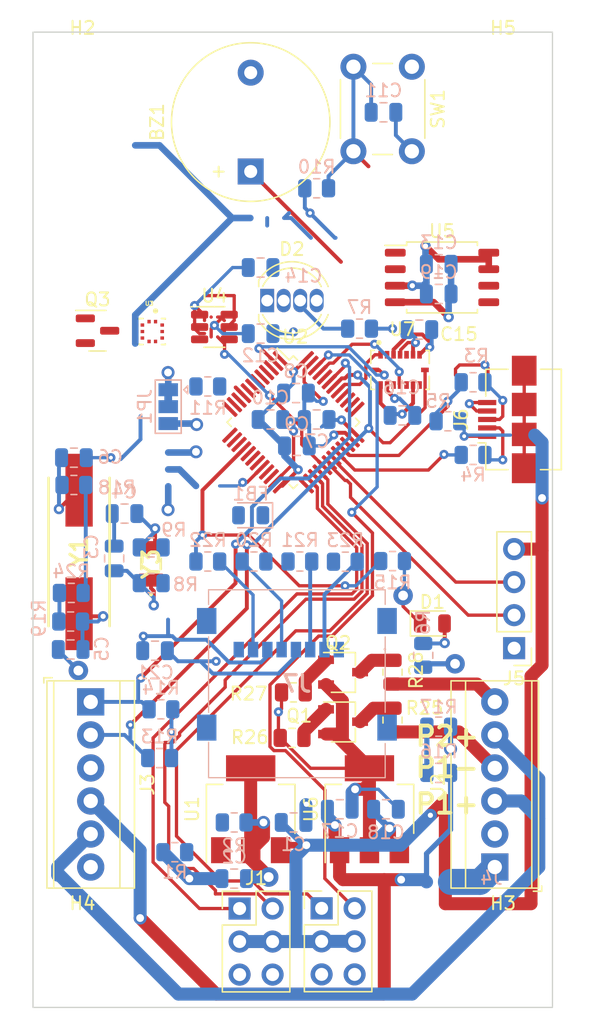
<source format=kicad_pcb>
(kicad_pcb (version 20221018) (generator pcbnew)
  (layers (0 "F.Cu" signal) (1 "In1.Cu" signal) (2 "In2.Cu" signal) (31 "B.Cu" signal) (34 "B.Paste" user) (35 "F.Paste" user) (36 "B.SilkS" user "B.Silkscreen") (37 "F.SilkS" user "F.Silkscreen") (38 "B.Mask" user) (39 "F.Mask" user) (44 "Edge.Cuts" user))
  (net 0 "")
  (net 1 "Net-(Q3-S)")
  (net 2 "GND")
  (net 3 "Net-(D1-A)")
  (net 4 "+5V")
  (net 6 "Net-(JP1-C)")
  (net 7 "+3V3")
  (net 9 "Net-(U1-ADJ)")
  (net 10 "USB D+")
  (net 11 "USB D-")
  (net 12 "Net-(D2-K)")
  (net 13 "OSCIN2")
  (net 14 "OSCOUT2")
  (net 15 "OSCIN")
  (net 16 "OSCOUT")
  (net 17 "RESET")
  (net 18 "BOOT0")
  (net 19 "VBUS")
  (net 20 "unconnected-(J6-Shield-Pad6)")
  (net 21 "LED RED")
  (net 22 "LED BLUE")
  (net 23 "LED GREEN")
  (net 24 "SCK")
  (net 25 "MISO")
  (net 26 "MOSI")
  (net 27 "ARM-")
  (net 29 "Net-(Q1-D)")
  (net 30 "SERVO1")
  (net 31 "SERVO2")
  (net 32 "SERVO3")
  (net 33 "USART1 TX")
  (net 34 "USART1 RX")
  (net 40 "SCL")
  (net 41 "SDA")
  (net 42 "BUZZER")
  (net 43 "P1EN")
  (net 44 "+BATT")
  (net 45 "Net-(J6-D-)")
  (net 46 "ACCEL INT1")
  (net 47 "Net-(Q2-D)")
  (net 48 "P1-")
  (net 49 "P2EN")
  (net 50 "P2-")
  (net 52 "Net-(J6-D+)")
  (net 53 "+3.3VA")
  (net 54 "Net-(C3-Pad2)")
  (net 55 "BATT SENSE")
  (net 56 "Net-(C6-Pad1)")
  (net 57 "Net-(C5-Pad2)")
  (net 58 "unconnected-(U2-PB2-Pad20)")
  (net 59 "BARO INT")
  (net 60 "FLASH CS")
  (net 63 "ACCEL INT2")
  (net 64 "GYRO INT4")
  (net 65 "GYRO INT3")
  (net 66 "Net-(C3-Pad1)")
  (net 67 "SERVO4")
  (net 69 "Net-(J7-CD{slash}DAT3)")
  (net 70 "Net-(J7-CMD)")
  (net 71 "Net-(J7-CLK)")
  (net 72 "Net-(J7-DAT0)")
  (net 78 "CS SD")
  (net 79 "Net-(Y3-CRYSTAL_2)")
  (net 80 "P2 EN")
  (net 81 "P1 EN")
  (footprint "Package_TO_SOT_SMD:SOT-23-6" (layer "F.Cu") (at 158.115 77.851)
    (fp_text reference "U4")
    (fp_text value "USBLC6-2SC6")
  )
  (footprint "Connector_PinHeader_2.54mm:PinHeader_2x03_P2.54mm_Vertical" (layer "F.Cu") (at 166.37 122.555)
    (fp_text reference "J4")
    (fp_text value "Conn_02x03_Top_Bottom")
  )
  (footprint "MountingHole:MountingHole_3.2mm_M3" (layer "F.Cu") (at 147.955 126.365)
    (fp_text reference "H4")
    (fp_text value "MountingHole")
  )
  (footprint "LED_THT:LED_D5.0mm-4_RGB" (layer "F.Cu") (at 162.179 75.819)
    (fp_text reference "D2")
    (fp_text value "LED_RBKG")
  )
  (footprint "Connector_PinHeader_2.54mm:PinHeader_2x03_P2.54mm_Vertical" (layer "F.Cu") (at 160.055 122.57)
    (fp_text reference "J1")
    (fp_text value "Conn_02x03_Top_Bottom")
  )
  (footprint "TerminalBlock_TE-Connectivity:TerminalBlock_TE_282834-6_1x06_P2.54mm_Horizontal" (layer "F.Cu") (at 179.705 119.38 90)
    (fp_text reference "J2")
    (fp_text value "Screw_Terminal_01x06")
  )
  (footprint "Buzzer_Beeper:Buzzer_12x9.5RM7.6" (layer "F.Cu") (at 160.909 65.893 90)
    (fp_text reference "BZ1")
    (fp_text value "Buzzer")
  )
  (footprint "Resistor_SMD:R_0805_2012Metric" (layer "F.Cu") (at 164.195 105.95)
    (fp_text reference "R27")
    (fp_text value "470")
  )
  (footprint "MountingHole:MountingHole_3.2mm_M3" (layer "F.Cu") (at 180.34 126.365)
    (fp_text reference "H3")
    (fp_text value "MountingHole")
  )
  (footprint "TerminalBlock_TE-Connectivity:TerminalBlock_TE_282834-6_1x06_P2.54mm_Horizontal" (layer "F.Cu") (at 148.59 106.68 -90)
    (fp_text reference "J3")
    (fp_text value "Screw_Terminal_01x06")
  )
  (footprint "Package_TO_SOT_SMD:SOT-223-3_TabPin2" (layer "F.Cu") (at 170.053 114.935 90)
    (fp_text reference "U6")
    (fp_text value "LM7805_TO220")
  )
  (footprint "Package_TO_SOT_SMD:TSOT-23" (layer "F.Cu") (at 168.021 108.204)
    (fp_text reference "Q1")
    (fp_text value "Q_NMOS_GSD")
  )
  (footprint "MountingHole:MountingHole_3.2mm_M3" (layer "F.Cu") (at 180.34 59.055)
    (fp_text reference "H5")
    (fp_text value "MountingHole")
  )
  (footprint "Connector_USB:USB_Micro-B_Amphenol_10104110_Horizontal" (layer "F.Cu") (at 180.6695 84.961 90)
    (fp_text reference "J6")
    (fp_text value "USB_B_Micro")
  )
  (footprint "MountingHole:MountingHole_3.2mm_M3" (layer "F.Cu") (at 147.955 59.055)
    (fp_text reference "H2")
    (fp_text value "MountingHole")
  )
  (footprint "Package_TO_SOT_SMD:SOT-23" (layer "F.Cu") (at 149.1125 78.1375)
    (fp_text reference "Q3")
    (fp_text value "AO3401A")
  )
  (footprint "Resistor_SMD:R_0805_2012Metric" (layer "F.Cu") (at 164.095 109.45)
    (fp_text reference "R26")
    (fp_text value "470")
  )
  (footprint "SamacSys_Parts:SC32S7PF20PPM" (layer "F.Cu") (at 153.233 96.065 90)
    (fp_text reference "Y3")
    (fp_text value "SC32S-7PF20PPM" hide)
  )
  (footprint "Package_SO:SOIC-8_5.23x5.23mm_P1.27mm" (layer "F.Cu") (at 175.641 74.041)
    (fp_text reference "U5")
    (fp_text value "W25Q32JVSS")
  )
  (footprint "LED_SMD:LED_0805_2012Metric" (layer "F.Cu") (at 174.895 100.65)
    (fp_text reference "D1")
    (fp_text value "LED")
  )
  (footprint "Resistor_SMD:R_0805_2012Metric" (layer "F.Cu") (at 171.831 108.077 90)
    (fp_text reference "R25")
    (fp_text value "10")
  )
  (footprint "SamacSys_Parts:ABLS8000MHz20B3HT" (layer "F.Cu") (at 147.695 95.15 -90)
    (fp_text reference "Y1")
    (fp_text value "ABLS-8.000MHZ-20-B-3-H-T" hide)
  )
  (footprint "SnapEDA Library:PQFN50P450X300X100-16N" (layer "F.Cu") (at 172.41 81.15)
    (fp_text reference "U7")
    (fp_text value "BMI088")
  )
  (footprint "Button_Switch_THT:SW_PUSH_6mm_H5mm" (layer "F.Cu") (at 173.319 57.837 -90)
    (fp_text reference "SW1")
    (fp_text value "SW_MEC_5E")
  )
  (footprint "Resistor_SMD:R_0805_2012Metric" (layer "F.Cu") (at 171.831 104.394 90)
    (fp_text reference "R28")
    (fp_text value "10")
  )
  (footprint "SnapEDA Library:XDCR_BMP390L" (layer "F.Cu") (at 153.3325 78.2)
    (fp_text reference "U3")
    (fp_text value "BMP390L")
  )
  (footprint "Connector_PinHeader_2.54mm:PinHeader_1x04_P2.54mm_Vertical" (layer "F.Cu") (at 181.195 102.55 180)
    (fp_text reference "J5")
    (fp_text value "Conn_01x04")
  )
  (footprint "Package_TO_SOT_SMD:SOT-223-3_TabPin2" (layer "F.Cu") (at 160.909 114.935 90)
    (fp_text reference "U1")
    (fp_text value "LM317_SOT-223")
  )
  (footprint "Package_QFP:LQFP-48_7x7mm_P0.5mm" (layer "F.Cu") (at 164.193785 85.175 -45)
    (fp_text reference "U2")
    (fp_text value "STM32F103C8Tx")
  )
  (footprint "Package_TO_SOT_SMD:TSOT-23" (layer "F.Cu") (at 168.021 104.394)
    (fp_text reference "Q2")
    (fp_text value "Q_NMOS_GSD")
  )
  (footprint "Resistor_SMD:R_0805_2012Metric" (layer "B.Cu") (at 147.045 100.5 180)
    (fp_text reference "R19")
    (fp_text value "0")
  )
  (footprint "Capacitor_SMD:C_0805_2012Metric" (layer "B.Cu") (at 172.595 84.65 180)
    (fp_text reference "C16")
    (fp_text value "0.1uf")
  )
  (footprint "Capacitor_SMD:C_0805_2012Metric" (layer "B.Cu") (at 153.543 102.743)
    (fp_text reference "C21")
    (fp_text value "1uf")
  )
  (footprint "Capacitor_SMD:C_0805_2012Metric" (layer "B.Cu") (at 162.433 84.963 180)
    (fp_text reference "C10")
    (fp_text value "100nf")
  )
  (footprint "Capacitor_SMD:C_0805_2012Metric" (layer "B.Cu") (at 161.671 78.359)
    (fp_text reference "C12")
    (fp_text value "0.1uf")
  )
  (footprint "Resistor_SMD:R_0805_2012Metric" (layer "B.Cu") (at 161.163 95.885 180)
    (fp_text reference "R20")
    (fp_text value "3.3k")
  )
  (footprint "Resistor_SMD:R_0805_2012Metric" (layer "B.Cu") (at 164.695 95.885 180)
    (fp_text reference "R21")
    (fp_text value "3.3k")
  )
  (footprint "Resistor_SMD:R_0805_2012Metric" (layer "B.Cu") (at 174.195 103.1 -90)
    (fp_text reference "R6")
    (fp_text value "470")
  )
  (footprint "Resistor_SMD:R_0805_2012Metric" (layer "B.Cu") (at 153.245 97.55)
    (fp_text reference "R8")
    (fp_text value "0")
  )
  (footprint "Resistor_SMD:R_0805_2012Metric" (layer "B.Cu") (at 157.607 82.423)
    (fp_text reference "R11")
    (fp_text value "100K")
  )
  (footprint "Resistor_SMD:R_0805_2012Metric" (layer "B.Cu") (at 175.387 108.585)
    (fp_text reference "R17")
    (fp_text value "10k")
  )
  (footprint "Capacitor_SMD:C_0805_2012Metric" (layer "B.Cu") (at 173.895 78.05 180)
    (fp_text reference "C15")
    (fp_text value "0.1uf")
  )
  (footprint "Resistor_SMD:R_0805_2012Metric" (layer "B.Cu") (at 157.607 95.885 180)
    (fp_text reference "R22")
    (fp_text value "3.3k")
  )
  (footprint "Resistor_SMD:R_0805_2012Metric" (layer "B.Cu") (at 155.067 118.237 180)
    (fp_text reference "R1")
    (fp_text value "390")
  )
  (footprint "SamacSys_Parts:MEM20670218000A" (layer "B.Cu") (at 164.465 100.458)
    (fp_text reference "J7")
    (fp_text value "MEM2067-02-180-00-A" hide)
  )
  (footprint "Resistor_SMD:R_0805_2012Metric" (layer "B.Cu") (at 178.0325 87.688 180)
    (fp_text reference "R4")
    (fp_text value "20")
  )
  (footprint "Resistor_SMD:R_0805_2012Metric" (layer "B.Cu") (at 171.8325 95.85)
    (fp_text reference "R15")
    (fp_text value "100k")
  )
  (footprint "Resistor_SMD:R_0805_2012Metric" (layer "B.Cu") (at 168.195 95.9 180)
    (fp_text reference "R23")
    (fp_text value "3.3k")
  )
  (footprint "Capacitor_SMD:C_0805_2012Metric" (layer "B.Cu") (at 164.465 86.995 180)
    (fp_text reference "C9")
    (fp_text value "100nf")
  )
  (footprint "Diode_SMD:D_0805_2012Metric" (layer "B.Cu") (at 160.909 92.329 180)
    (fp_text reference "FB1")
    (fp_text value "FerriteBead")
  )
  (footprint "Resistor_SMD:R_0805_2012Metric" (layer "B.Cu") (at 153.895 111 180)
    (fp_text reference "R13")
    (fp_text value "10k")
  )
  (footprint "Capacitor_SMD:C_0805_2012Metric" (layer "B.Cu") (at 147.295 87.9)
    (fp_text reference "C6")
    (fp_text value "20pf")
  )
  (footprint "Capacitor_SMD:C_0805_2012Metric" (layer "B.Cu") (at 164.399 82.931 180)
    (fp_text reference "C8")
    (fp_text value "100nf")
  )
  (footprint "Resistor_SMD:R_0805_2012Metric" (layer "B.Cu") (at 175.387 112.141 180)
    (fp_text reference "R16")
    (fp_text value "10k")
  )
  (footprint "Jumper:SolderJumper-3_P1.3mm_Bridged12_Pad1.0x1.5mm" (layer "B.Cu") (at 154.559 83.977 -90)
    (fp_text reference "JP1")
    (fp_text value "SolderJumper_3_Bridged12")
  )
  (footprint "Resistor_SMD:R_0805_2012Metric" (layer "B.Cu") (at 159.639 115.951 180)
    (fp_text reference "R2")
    (fp_text value "240")
  )
  (footprint "Capacitor_SMD:C_0805_2012Metric" (layer "B.Cu") (at 147.045 102.65)
    (fp_text reference "C5")
    (fp_text value "20pf")
  )
  (footprint "Capacitor_SMD:C_0805_2012Metric" (layer "B.Cu") (at 165.989 84.963)
    (fp_text reference "C7")
    (fp_text value "10uf")
  )
  (footprint "Capacitor_SMD:C_0805_2012Metric" (layer "B.Cu") (at 175.387 73.025 180)
    (fp_text reference "C13")
    (fp_text value "0.1uf")
  )
  (footprint "Resistor_SMD:R_0805_2012Metric" (layer "B.Cu") (at 147.295 90)
    (fp_text reference "R18")
    (fp_text value "0")
  )
  (footprint "Capacitor_SMD:C_0805_2012Metric" (layer "B.Cu") (at 150.395 95.65 -90)
    (fp_text reference "C3")
    (fp_text value "20pf")
  )
  (footprint "Capacitor_SMD:C_0805_2012Metric" (layer "B.Cu") (at 164.211 115.951)
    (fp_text reference "C1")
    (fp_text value "0.1uf")
  )
  (footprint "Resistor_SMD:R_0805_2012Metric" (layer "B.Cu") (at 165.989 67.183 180)
    (fp_text reference "R10")
    (fp_text value "10k")
  )
  (footprint "Capacitor_SMD:C_0805_2012Metric" (layer "B.Cu") (at 151.195 92.2 180)
    (fp_text reference "C4")
    (fp_text value "20pf")
  )
  (footprint "Capacitor_SMD:C_0805_2012Metric" (layer "B.Cu") (at 167.767 114.935)
    (fp_text reference "C17")
    (fp_text value "0.1uf")
  )
  (footprint "Resistor_SMD:R_0805_2012Metric" (layer "B.Cu") (at 153.995 107.25 180)
    (fp_text reference "R14")
    (fp_text value "10k")
  )
  (footprint "Resistor_SMD:R_0805_2012Metric" (layer "B.Cu") (at 176.095 85.1 180)
    (fp_text reference "R5")
    (fp_text value "1k5")
  )
  (footprint "Capacitor_SMD:C_0805_2012Metric" (layer "B.Cu") (at 171.135 61.341 180)
    (fp_text reference "C11")
    (fp_text value "100nf")
  )
  (footprint "Resistor_SMD:R_0805_2012Metric" (layer "B.Cu") (at 178.0325 82.1)
    (fp_text reference "R3")
    (fp_text value "20")
  )
  (footprint "Capacitor_SMD:C_0805_2012Metric" (layer "B.Cu") (at 175.387 75.311 180)
    (fp_text reference "C19")
    (fp_text value "1uf")
  )
  (footprint "Resistor_SMD:R_0805_2012Metric" (layer "B.Cu") (at 169.291 77.978 180)
    (fp_text reference "R7")
    (fp_text value "470")
  )
  (footprint "Resistor_SMD:R_0805_2012Metric" (layer "B.Cu") (at 153.245 94.8)
    (fp_text reference "R9")
    (fp_text value "0")
  )
  (footprint "Capacitor_SMD:C_0805_2012Metric" (layer "B.Cu") (at 161.671 73.279 180)
    (fp_text reference "C14")
    (fp_text value "0.1uf")
  )
  (footprint "Capacitor_SMD:C_0805_2012Metric" (layer "B.Cu") (at 171.323 114.935)
    (fp_text reference "C18")
    (fp_text value "1uf")
  )
  (footprint "Resistor_SMD:R_0805_2012Metric" (layer "B.Cu") (at 147.095 98.3 180)
    (fp_text reference "R24")
    (fp_text value "1M")
  )
  (footprint "Capacitor_SMD:C_0805_2012Metric" (layer "B.Cu") (at 159.639 120.269 180)
    (fp_text reference "C2")
    (fp_text value "1uf")
  )
  (gr_rect (start 144.145 55.175) (end 184.145 130.175) (stroke (width 0.1)) (fill none) (layer "Edge.Cuts"))
  (gr_text "P1-\n" (at 173.445 112.6) (layer "F.SilkS") (effects (font (size 1.5 1.5) (thickness 0.3) bold) (justify left bottom)))
  (gr_text "P2+" (at 173.445 110.2) (layer "F.SilkS") (effects (font (size 1.5 1.5) (thickness 0.3) bold) (justify left bottom)))
  (gr_text "P1+" (at 173.445 115.4) (layer "F.SilkS") (effects (font (size 1.5 1.5) (thickness 0.3) bold) (justify left bottom)))
  (segment (start 177.345 86.25) (end 179.1085 86.25) (width 0.254) (layer "F.Cu") (net 0))
  (segment (start 179.1085 86.25) (end 179.1195 86.261) (width 0.254) (layer "F.Cu") (net 0))
  (segment (start 156.6945 90.073) (end 155.4245 88.803) (width 0.508) (layer "B.Cu") (net 0))
  (segment (start 152.019 63.881) (end 153.888 63.881) (width 0.508) (layer "B.Cu") (net 0))
  (segment (start 180.905 86.164) (end 177.431 86.164) (width 0.254) (layer "B.Cu") (net 0))
  (segment (start 152.019 79.121) (end 152.019 76.926) (width 0.508) (layer "B.Cu") (net 0))
  (segment (start 177.345 85.4375) (end 177.0075 85.1) (width 0.254) (layer "B.Cu") (net 0))
  (segment (start 153.888 63.881) (end 159.476 69.469) (width 0.508) (layer "B.Cu") (net 0))
  (segment (start 177.345 86.25) (end 177.345 85.4375) (width 0.254) (layer "B.Cu") (net 0))
  (segment (start 177.431 86.164) (end 177.345 86.25) (width 0.254) (layer "B.Cu") (net 0))
  (segment (start 159.476 69.469) (end 160.879 69.469) (width 0.508) (layer "B.Cu") (net 0))
  (segment (start 162.179 70.053) (end 162.179 69.469) (width 0.3) (layer "B.Cu") (net 0))
  (segment (start 155.4245 88.803) (end 154.559 88.803) (width 0.508) (layer "B.Cu") (net 0))
  (segment (start 152.019 76.926) (end 159.476 69.469) (width 0.508) (layer "B.Cu") (net 0))
  (segment (start 179.179 81.008) (end 179.179 81.554) (width 0.254) (layer "F.Cu") (net 2))
  (segment (start 178.943 80.772) (end 176.991 80.772) (width 0.254) (layer "F.Cu") (net 2))
  (segment (start 159.007 77.978) (end 159.639 77.346) (width 0.254) (layer "F.Cu") (net 2))
  (segment (start 170.053 112.95) (end 170.053 118.085) (width 1) (layer "F.Cu") (net 2))
  (segment (start 163.1825 109.45) (end 165.5175 111.785) (width 0.254) (layer "F.Cu") (net 2))
  (segment (start 172.5705 84.55) (end 171.745 84.55) (width 0.3) (layer "F.Cu") (net 2))
  (segment (start 158.8775 77.978) (end 158.8775 78.351) (width 0.254) (layer "F.Cu") (net 2))
  (segment (start 167.9065 109.6385) (end 170.053 111.785) (width 1) (layer "F.Cu") (net 2))
  (segment (start 165.026189 82.095189) (end 166.497 83.566) (width 0.254) (layer "F.Cu") (net 2))
  (segment (start 167.477743 85.984404) (end 167.309786 86.152361) (width 0.3) (layer "F.Cu") (net 2))
  (segment (start 172.46 79.985) (end 172.46 79.603514) (width 0.254) (layer "F.Cu") (net 2))
  (segment (start 171.745 84.55) (end 170.91 83.715) (width 0.3) (layer "F.Cu") (net 2))
  (segment (start 157.3525 76.9615) (end 156.591 76.2) (width 0.254) (layer "F.Cu") (net 2))
  (segment (start 159.639 75.438) (end 157.353 75.438) (width 0.254) (layer "F.Cu") (net 2))
  (segment (start 163.045 107.45) (end 163.045 109.3125) (width 0.254) (layer "F.Cu") (net 2))
  (segment (start 178.306 84.311) (end 179.1195 84.311) (width 0.254) (layer "F.Cu") (net 2))
  (segment (start 157.3525 78.351) (end 156.961 78.351) (width 0.254) (layer "F.Cu") (net 2))
  (segment (start 177.745 83.75) (end 178.306 84.311) (width 0.254) (layer "F.Cu") (net 2))
  (segment (start 172.645 98.5) (end 172.645 99.3375) (width 0.254) (layer "F.Cu") (net 2))
  (segment (start 165.026189 81.160616) (end 165.026189 82.095189) (width 0.254) (layer "F.Cu") (net 2))
  (segment (start 157.3525 77.351) (end 157.3525 76.9615) (width 0.254) (layer "F.Cu") (net 2))
  (segment (start 173.013514 79.05) (end 173.595 79.05) (width 0.254) (layer "F.Cu") (net 2))
  (segment (start 163.045 109.3125) (end 163.1825 109.45) (width 0.254) (layer "F.Cu") (net 2))
  (segment (start 166.711 109.154) (end 167.422 109.154) (width 1) (layer "F.Cu") (net 2))
  (segment (start 159.639 77.346) (end 159.639 75.438) (width 0.254) (layer "F.Cu") (net 2))
  (segment (start 163.2825 105.95) (end 163.2825 107.2125) (width 0.254) (layer "F.Cu") (net 2))
  (segment (start 167.422 109.154) (end 167.9065 109.6385) (width 1) (layer "F.Cu") (net 2))
  (segment (start 164.211 88.339765) (end 164.211 85.852) (width 0.254) (layer "F.Cu") (net 2))
  (segment (start 170.053 111.785) (end 170.053 112.95) (width 1) (layer "F.Cu") (net 2))
  (segment (start 176.681 81.082) (end 176.681 81.556) (width 0.254) (layer "F.Cu") (net 2))
  (segment (start 172.5705 84.55) (end 173.41 83.7105) (width 0.3) (layer "F.Cu") (net 2))
  (segment (start 173.41 83.7105) (end 173.41 82.315) (width 0.3) (layer "F.Cu") (net 2))
  (segment (start 177.745 83.75) (end 177.834 83.661) (width 0.254) (layer "F.Cu") (net 2))
  (segment (start 158.8775 77.851) (end 158.8775 77.978) (width 0.254) (layer "F.Cu") (net 2))
  (segment (start 166.711 105.344) (end 167.971 106.604) (width 1) (layer "F.Cu") (net 2))
  (segment (start 168.728107 86.527342) (end 168.185169 85.984404) (width 0.3) (layer "F.Cu") (net 2))
  (segment (start 172.46 79.603514) (end 173.013514 79.05) (width 0.254) (layer "F.Cu") (net 2))
  (segment (start 170.91 83.715) (end 170.91 82.315) (width 0.3) (layer "F.Cu") (net 2))
  (segment (start 168.185169 85.984404) (end 167.477743 85.984404) (width 0.3) (layer "F.Cu") (net 2))
  (segment (start 168.945 113.4) (end 169.603 113.4) (width 1) (layer "F.Cu") (net 2))
  (segment (start 172.41 79.985) (end 172.46 79.985) (width 0.254) (layer "F.Cu") (net 2))
  (segment (start 167.971 109.574) (end 167.9065 109.6385) (width 1) (layer "F.Cu") (net 2))
  (segment (start 163.2825 107.2125) (end 163.045 107.45) (width 0.254) (layer "F.Cu") (net 2))
  (segment (start 172.041 75.946) (end 175.006 75.946) (width 0.508) (layer "F.Cu") (net 2))
  (segment (start 176.991 80.772) (end 176.681 81.082) (width 0.254) (layer "F.Cu") (net 2))
  (segment (start 156.961 78.351) (end 156.591 77.981) (width 0.254) (layer "F.Cu") (net 2))
  (segment (start 178.943 80.772) (end 179.179 81.008) (width 0.254) (layer "F.Cu") (net 2))
  (segment (start 172.645 99.3375) (end 173.9575 100.65) (width 0.254) (layer "F.Cu") (net 2))
  (segment (start 165.546127 80.640678) (end 165.026189 81.160616) (width 0.254) (layer "F.Cu") (net 2))
  (segment (start 177.834 83.661) (end 179.1195 83.661) (width 0.254) (layer "F.Cu") (net 2))
  (segment (start 173.41 79.235) (end 173.595 79.05) (width 0.3) (layer "F.Cu") (net 2))
  (segment (start 162.841443 89.709322) (end 164.211 88.339765) (width 0.254) (layer "F.Cu") (net 2))
  (segment (start 158.8775 77.978) (end 159.007 77.978) (width 0.254) (layer "F.Cu") (net 2))
  (segment (start 169.603 113.4) (end 170.053 112.95) (width 1) (layer "F.Cu") (net 2))
  (segment (start 165.5175 111.785) (end 170.053 111.785) (width 0.254) (layer "F.Cu") (net 2))
  (segment (start 156.591 77.981) (end 156.591 76.2) (width 0.254) (layer "F.Cu") (net 2))
  (segment (start 157.353 75.438) (end 156.591 76.2) (width 0.254) (layer "F.Cu") (net 2))
  (segment (start 175.006 75.946) (end 176.149 77.089) (width 0.508) (layer "F.Cu") (net 2))
  (segment (start 167.971 106.604) (end 167.971 109.574) (width 1) (layer "F.Cu") (net 2))
  (segment (start 167.309786 86.152361) (end 167.147509 86.314638) (width 0.254) (layer "F.Cu") (net 2))
  (segment (start 173.41 79.985) (end 173.41 79.235) (width 0.3) (layer "F.Cu") (net 2))
  (via (at 172.645 98.5) (size 1.5) (drill 0.75) (layers "F.Cu" "B.Cu") (net 2))
  (via (at 164.211 85.852) (size 0.7) (drill 0.3) (layers "F.Cu" "B.Cu") (net 2))
  (via (at 167.309786 86.152361) (size 0.7) (drill 0.3) (layers "F.Cu" "B.Cu") (net 2))
  (via (at 156.591 76.2) (size 0.7) (drill 0.3) (layers "F.Cu" "B.Cu") (net 2))
  (via (at 156.695 87.45) (size 1) (drill 0.6) (layers "F.Cu" "B.Cu") (net 2))
  (via (at 168.945 113.4) (size 1) (drill 0.6) (layers "F.Cu" "B.Cu") (net 2))
  (via (at 172.5705 84.55) (size 0.7) (drill 0.3) (layers "F.Cu" "B.Cu") (net 2))
  (via (at 178.943 80.772) (size 0.7) (drill 0.3) (layers "F.Cu" "B.Cu") (net 2))
  (via (at 177.745 83.75) (size 0.7) (drill 0.3) (layers "F.Cu" "B.Cu") (net 2))
  (via (at 150.145 87.9) (size 0.7) (drill 0.3) (layers "F.Cu" "B.Cu") (net 2))
  (via (at 147.638529 104.269559) (size 1.5) (drill 0.75) (layers "F.Cu" "B.Cu") (net 2))
  (via (at 156.1865 120.269) (size 1) (drill 0.6) (layers "F.Cu" "B.Cu") (net 2))
  (via (at 154.545 81.35) (size 1) (drill 0.6) (layers "F.Cu" "B.Cu") (net 2))
  (via (at 176.149 77.089) (size 0.8) (drill 0.4) (layers "F.Cu" "B.Cu") (net 2))
  (via (at 152.645 101.625) (size 0.7) (drill 0.3) (layers "F.Cu" "B.Cu") (net 2))
  (via (at 164.211 78.232) (size 0.7) (drill 0.3) (layers "F.Cu" "B.Cu") (net 2))
  (via (at 166.497 83.566) (size 0.7) (drill 0.3) (layers "F.Cu" "B.Cu") (net 2))
  (via (at 165.195 114.55) (size 0.8) (drill 0.4) (layers "F.Cu" "B.Cu") (net 2))
  (via (at 176.295 110.3) (size 1) (drill 0.6) (layers "F.Cu" "B.Cu") (net 2))
  (via (at 171.831 77.978) (size 0.7) (drill 0.3) (layers "F.Cu" "B.Cu") (net 2))
  (via (at 173.595 79.05) (size 0.7) (drill 0.3) (layers "F.Cu" "B.Cu") (net 2))
  (via (at 163.045 107.45) (size 0.7) (drill 0.3) (layers "F.Cu" "B.Cu") (net 2))
  (segment (start 176.149 75.499) (end 176.337 75.311) (width 0.508) (layer "B.Cu") (net 2))
  (segment (start 152.645 101.625) (end 152.645 102.691) (width 0.3) (layer "B.Cu") (net 2))
  (segment (start 165.161 115.951) (end 165.161 114.584) (width 1) (layer "B.Cu") (net 2))
  (segment (start 146.095 102.65) (end 146.095 102.72603) (width 0.3) (layer "B.Cu") (net 2))
  (segment (start 156.642 87.503) (end 156.695 87.45) (width 0.508) (layer "B.Cu") (net 2))
  (segment (start 152.593 102.743) (end 152.593 102.198) (width 0.3) (layer "B.Cu") (net 2))
  (segment (start 156.591 76.2) (end 159.512 73.279) (width 0.254) (layer "B.Cu") (net 2))
  (segment (start 176.2995 110.2955) (end 176.295 110.3) (width 0.4) (layer "B.Cu") (net 2))
  (segment (start 165.039 84.963) (end 165.039 83.241) (width 0.3) (layer "B.Cu") (net 2))
  (segment (start 176.2995 108.585) (end 176.2995 110.2955) (width 0.4) (layer "B.Cu") (net 2))
  (segment (start 157.506239 101.9) (end 155.152817 101.9) (width 0.3) (layer "B.Cu") (net 2))
  (segment (start 172.5705 84.55) (end 171.745 84.55) (width 0.3) (layer "B.Cu") (net 2))
  (segment (start 170.738 113.4) (end 168.945 113.4) (width 0.254) (layer "B.Cu") (net 2))
  (segment (start 152.645 101.625) (end 154.695 101.625) (width 0.3) (layer "B.Cu") (net 2))
  (segment (start 165.161 114.584) (end 165.195 114.55) (width 0.508) (layer "B.Cu") (net 2))
  (segment (start 154.559 81.364) (end 154.545 81.35) (width 0.508) (layer "B.Cu") (net 2))
  (segment (start 168.717 113.628) (end 168.945 113.4) (width 1) (layer "B.Cu") (net 2))
  (segment (start 162.19 102.658) (end 162.19 103.158) (width 0.3) (layer "B.Cu") (net 2))
  (segment (start 168.717 114.935) (end 168.717 113.628) (width 1) (layer "B.Cu") (net 2))
  (segment (start 173.595 79.05) (end 173.595 78.7) (width 0.3) (layer "B.Cu") (net 2))
  (segment (start 159.256239 103.65) (end 157.506239 101.9) (width 0.3) (layer "B.Cu") (net 2))
  (segment (start 159.512 73.279) (end 160.721 73.279) (width 0.254) (layer "B.Cu") (net 2))
  (segment (start 172.085 63.103) (end 173.319 64.337) (width 0.3) (layer "B.Cu") (net 2))
  (segment (start 171.745 84.55) (end 171.645 84.65) (width 0.3) (layer "B.Cu") (net 2))
  (segment (start 162.621 78.359) (end 164.084 78.359) (width 0.254) (layer "B.Cu") (net 2))
  (segment (start 167.309786 86.231528) (end 166.546314 86.995) (width 0.254) (layer "B.Cu") (net 2))
  (segment (start 176.337 75.311) (end 176.337 73.025) (width 0.508) (layer "B.Cu") (net 2))
  (segment (start 167.309786 86.152361) (end 167.309786 86.231528) (width 0.254) (layer "B.Cu") (net 2))
  (segment (start 172.745 98.4) (end 172.645 98.5) (width 0.254) (layer "B.Cu") (net 2))
  (segment (start 158.689 120.269) (end 156.1865 120.269) (width 1) (layer "B.Cu") (net 2))
  (segment (start 164.084 78.359) (end 164.211 78.232) (width 0.254) (layer "B.Cu") (net 2))
  (segment (start 154.545 100.35) (end 154.545 101.475) (width 0.3) (layer "B.Cu") (net 2))
  (segment (start 154.559 87.503) (end 156.642 87.503) (width 0.508) (layer "B.Cu") (net 2))
  (segment (start 162.19 103.158) (end 161.698 103.65) (width 0.3) (layer "B.Cu") (net 2))
  (segment (start 165.984 83.566) (end 165.349 82.931) (width 0.254) (layer "B.Cu") (net 2))
  (segment (start 146.095 102.72603) (end 147.638529 104.269559) (width 0.3) (layer "B.Cu") (net 2))
  (segment (start 176.149 77.089) (end 176.149 75.499) (width 0.508) (layer "B.Cu") (net 2))
  (segment (start 156.1865 120.269) (end 154.1545 118.237) (width 1) (layer "B.Cu") (net 2))
  (segment (start 165.039 83.241) (end 165.349 82.931) (width 0.3) (layer "B.Cu") (net 2))
  (segment (start 172.745 95.85) (end 172.745 98.4) (width 0.254) (layer "B.Cu") (net 2))
  (segment (start 166.546314 86.995) (end 165.415 86.995) (width 0.254) (layer "B.Cu") (net 2))
  (segment (start 172.085 61.341) (end 172.085 63.103) (width 0.3) (layer "B.Cu") (net 2))
  (segment (start 164.211 84.963) (end 164.211 85.852) (width 0.3) (layer "B.Cu") (net 2))
  (segment (start 165.415 85.339) (end 165.039 84.963) (width 0.3) (layer "B.Cu") (net 2))
  (segment (start 161.698 103.65) (end 159.256239 103.65) (width 0.3) (layer "B.Cu") (net 2))
  (segment (start 154.545 101.475) (end 154.695 101.625) (width 0.3) (layer "B.Cu") (net 2))
  (segment (start 154.877817 101.625) (end 154.695 101.625) (width 0.3) (layer "B.Cu") (net 2))
  (segment (start 164.211 84.963) (end 165.039 84.963) (width 0.3) (layer "B.Cu") (net 2))
  (segment (start 154.559 82.677) (end 154.559 81.364) (width 0.508) (layer "B.Cu") (net 2))
  (segment (start 148.245 87.9) (end 150.145 87.9) (width 0.254) (layer "B.Cu") (net 2))
  (segment (start 165.415 86.995) (end 165.415 85.339) (width 0.3) (layer "B.Cu") (net 2))
  (segment (start 172.273 114.935) (end 170.738 113.4) (width 0.254) (layer "B.Cu") (net 2))
  (segment (start 163.383 84.963) (end 164.211 84.963) (width 0.3) (layer "B.Cu") (net 2))
  (segment (start 155.152817 101.9) (end 154.877817 101.625) (width 0.3) (layer "B.Cu") (net 2))
  (segment (start 170.2035 77.978) (end 171.831 77.978) (width 0.3) (layer "B.Cu") (net 2))
  (segment (start 166.497 83.566) (end 165.984 83.566) (width 0.254) (layer "B.Cu") (net 2))
  (segment (start 173.595 78.7) (end 172.945 78.05) (width 0.3) (layer "B.Cu") (net 2))
  (segment (start 152.645 102.691) (end 152.593 102.743) (width 0.3) (layer "B.Cu") (net 2))
  (segment (start 175.845 100.95) (end 175.595 100.7) (width 0.3) (layer "F.Cu") (net 3))
  (segment (start 175.845 102.15) (end 175.845 100.95) (width 0.3) (layer "F.Cu") (net 3))
  (via (at 175.845 102.15) (size 0.8) (drill 0.4) (layers "F.Cu" "B.Cu") (net 3))
  (segment (start 174.195 102.1875) (end 175.8075 102.1875) (width 0.3) (layer "B.Cu") (net 3))
  (segment (start 175.8075 102.1875) (end 175.845 102.15) (width 0.3) (layer "B.Cu") (net 3))
  (segment (start 182.495 104.7) (end 183.345 103.85) (width 1) (layer "F.Cu") (net 4))
  (segment (start 183.345 95.05) (end 183.225 94.93) (width 1) (layer "F.Cu") (net 4))
  (segment (start 171.595 117.327) (end 172.353 118.085) (width 1) (layer "F.Cu") (net 4))
  (segment (start 183.225 94.93) (end 181.195 94.93) (width 1) (layer "F.Cu") (net 4))
  (segment (start 175.895 114.25) (end 175.895 122.2) (width 1) (layer "F.Cu") (net 4))
  (segment (start 174.745 115.4) (end 175.895 114.25) (width 1) (layer "F.Cu") (net 4))
  (segment (start 183.345 95.05) (end 183.345 91) (width 1) (layer "F.Cu") (net 4))
  (segment (start 171.595 116.4) (end 171.595 117.327) (width 1) (layer "F.Cu") (net 4))
  (segment (start 165.195 117.7) (end 163.594 117.7) (width 0.508) (layer "F.Cu") (net 4))
  (segment (start 182.495 122.2) (end 182.495 104.7) (width 1) (layer "F.Cu") (net 4))
  (segment (start 163.209 118.085) (end 163.209 118.343) (width 0.508) (layer "F.Cu") (net 4))
  (segment (start 163.594 117.7) (end 163.209 118.085) (width 0.508) (layer "F.Cu") (net 4))
  (segment (start 183.345 103.85) (end 183.345 95.05) (width 1) (layer "F.Cu") (net 4))
  (segment (start 175.895 122.2) (end 182.495 122.2) (width 1) (layer "F.Cu") (net 4))
  (via (at 174.745 115.4) (size 0.8) (drill 0.4) (layers "F.Cu" "B.Cu") (net 4))
  (via (at 183.345 91) (size 1) (drill 0.6) (layers "F.Cu" "B.Cu") (net 4))
  (via (at 171.595 116.4) (size 1) (drill 0.6) (layers "F.Cu" "B.Cu") (net 4))
  (via (at 165.195 117.7) (size 1) (drill 0.6) (layers "F.Cu" "B.Cu") (net 4))
  (segment (start 168.91 125.095) (end 166.37 125.095) (width 1) (layer "B.Cu") (net 4))
  (segment (start 170.295 117.7) (end 172.445 117.7) (width 1) (layer "B.Cu") (net 4))
  (segment (start 170.373 115.178) (end 171.595 116.4) (width 0.508) (layer "B.Cu") (net 4))
  (segment (start 160.055 125.11) (end 162.595 125.11) (width 1) (layer "B.Cu") (net 4))
  (segment (start 183.345 86.729) (end 182.78 86.164) (width 1) (layer "B.Cu") (net 4))
  (segment (start 165.195 117.7) (end 170.295 117.7) (width 1) (layer "B.Cu") (net 4))
  (segment (start 172.445 117.7) (end 174.745 115.4) (width 1) (layer "B.Cu") (net 4))
  (segment (start 164.395 125.11) (end 166.355 125.11) (width 1) (layer "B.Cu") (net 4))
  (segment (start 166.355 125.11) (end 166.37 125.095) (width 1) (layer "B.Cu") (net 4))
  (segment (start 164.395 118.5) (end 165.195 117.7) (width 1) (layer "B.Cu") (net 4))
  (segment (start 162.595 125.11) (end 164.395 125.11) (width 1) (layer "B.Cu") (net 4))
  (segment (start 183.345 91) (end 183.345 86.729) (width 1) (layer "B.Cu") (net 4))
  (segment (start 164.395 125.11) (end 164.395 118.5) (width 1) (layer "B.Cu") (net 4))
  (segment (start 170.295 117.7) (end 171.595 116.4) (width 1) (layer "B.Cu") (net 4))
  (segment (start 165.195 117.7) (end 165.01 117.7) (width 0.508) (layer "B.Cu") (net 4))
  (segment (start 165.01 117.7) (end 163.261 115.951) (width 0.508) (layer "B.Cu") (net 4))
  (segment (start 170.373 114.935) (end 170.373 115.178) (width 0.508) (layer "B.Cu") (net 4))
  (segment (start 165.192573 80.287124) (end 165.192573 80.298427) (width 0.3) (layer "F.Cu") (net 7))
  (segment (start 175.387 72.644) (end 174.371 71.628) (width 0.508) (layer "F.Cu") (net 7))
  (segment (start 165.192573 80.298427) (end 164.211 81.28) (width 0.3) (layer "F.Cu") (net 7))
  (segment (start 160.909 118.085) (end 160.909 111.785) (width 1) (layer "F.Cu") (net 7))
  (segment (start 174.12 78.425) (end 174.695 79) (width 0.3) (layer "F.Cu") (net 7))
  (segment (start 158.365 77.0885) (end 158.615 77.0885) (width 0.254) (layer "F.Cu") (net 7))
  (segment (start 157.865 77.974) (end 158.115 77.724) (width 0.254) (layer "F.Cu") (net 7))
  (segment (start 171.91 79.585) (end 173.07 78.425) (width 0.3) (layer "F.Cu") (net 7))
  (segment (start 179.241 72.644) (end 179.241 72.136) (width 0.508) (layer "F.Cu") (net 7))
  (segment (start 174.495 79.4) (end 173.91 79.985) (width 0.3) (layer "F.Cu") (net 7))
  (segment (start 174.695 79.4) (end 174.495 79.4) (width 0.3) (layer "F.Cu") (net 7))
  (segment (start 171.41 82.315) (end 171.41 82.765) (width 0.3) (layer "F.Cu") (net 7))
  (segment (start 158.615 77.0885) (end 158.615 77.224) (width 0.254) (layer "F.Cu") (net 7))
  (segment (start 160.909 118.085) (end 160.909 118.764) (width 1) (layer "F.Cu") (net 7))
  (segment (start 179.241 72.644) (end 175.387 72.644) (width 0.508) (layer "F.Cu") (net 7))
  (segment (start 163.194997 90.062876) (end 163.33854 90.062876) (width 0.3) (layer "F.Cu") (net 7))
  (segment (start 160.909 118.764) (end 162.295 120.15) (width 1) (layer "F.Cu") (net 7))
  (segment (start 171.41 82.765) (end 171.995 83.35) (width 0.3) (layer "F.Cu") (net 7))
  (segment (start 161.895 115.95) (end 161.895 117.099) (width 1) (layer "F.Cu") (net 7))
  (segment (start 171.91 79.985) (end 171.91 79.585) (width 0.3) (layer "F.Cu") (net 7))
  (segment (start 174.695 79) (end 174.695 79.4) (width 0.3) (layer "F.Cu") (net 7))
  (segment (start 169.068788 86.173788) (end 167.895 85) (width 0.3) (layer "F.Cu") (net 7))
  (segment (start 179.241 73.406) (end 179.241 72.644) (width 0.508) (layer "F.Cu") (net 7))
  (segment (start 169.081661 86.173788) (end 169.068788 86.173788) (width 0.3) (layer "F.Cu") (net 7))
  (segment (start 164.573208 88.828208) (end 164.438149 88.828208) (width 0.508) (layer "F.Cu") (net 7))
  (segment (start 158.615 77.0885) (end 158.8775 77.351) (width 0.254) (layer "F.Cu") (net 7))
  (segment (start 173.07 78.425) (end 174.12 78.425) (width 0.3) (layer "F.Cu") (net 7))
  (segment (start 158.615 77.224) (end 158.115 77.724) (width 0.254) (layer "F.Cu") (net 7))
  (segment (start 172.041 74.676) (end 173.355 74.676) (width 0.508) (layer "F.Cu") (net 7))
  (segment (start 161.895 117.099) (end 160.909 118.085) (width 1) (layer "F.Cu") (net 7))
  (segment (start 163.33854 90.062876) (end 164.573208 88.828208) (width 0.3) (layer "F.Cu") (net 7))
  (segment (start 157.865 78.6135) (end 157.865 77.974) (width 0.254) (layer "F.Cu") (net 7))
  (via (at 174.695 79.4) (size 0.7) (drill 0.3) (layers "F.Cu" "B.Cu") (net 7))
  (via (at 158.245 103.558) (size 0.7) (drill 0.3) (layers "F.Cu" "B.Cu") (net 7))
  (via (at 156.745 85.35) (size 1) (drill 0.6) (layers "F.Cu" "B.Cu") (net 7))
  (via (at 165.481 69.088) (size 0.7) (drill 0.3) (layers "F.Cu" "B.Cu") (net 7))
  (via (at 177.345 86.25) (size 0.7) (drill 0.3) (layers "F.Cu" "B.Cu") (net 7))
  (via (at 176.645 103.75) (size 1.5) (drill 0.75) (layers "F.Cu" "B.Cu") (net 7))
  (via (at 174.371 71.628) (size 0.8) (drill 0.4) (layers "F.Cu" "B.Cu") (net 7))
  (via (at 158.115 77.724) (size 0.7) (drill 0.3) (layers "F.Cu" "B.Cu") (net 7))
  (via (at 164.211 81.28) (size 0.7) (drill 0.3) (layers "F.Cu" "B.Cu") (net 7))
  (via (at 164.573208 88.828208) (size 0.7) (drill 0.3) (layers "F.Cu" "B.Cu") (net 7))
  (via (at 154.545 91.9) (size 1) (drill 0.6) (layers "F.Cu" "B.Cu") (net 7))
  (via (at 162.295 120.15) (size 1.5) (drill 0.75) (layers "F.Cu" "B.Cu") (net 7))
  (via (at 173.355 74.676) (size 0.8) (drill 0.4) (layers "F.Cu" "B.Cu") (net 7))
  (via (at 154.8075 109) (size 0.7) (drill 0.3) (layers "F.Cu" "B.Cu") (net 7))
  (via (at 161.895 115.95) (size 1) (drill 0.6) (layers "F.Cu" "B.Cu") (net 7))
  (via (at 167.895 85) (size 0.7) (drill 0.3) (layers "F.Cu" "B.Cu") (net 7))
  (via (at 171.995 83.35) (size 0.7) (drill 0.3) (layers "F.Cu" "B.Cu") (net 7))
  (segment (start 176.645 103.75) (end 174.4575 103.75) (width 0.4) (layer "B.Cu") (net 7))
  (segment (start 156.672 85.277) (end 156.745 85.35) (width 0.508) (layer "B.Cu") (net 7))
  (segment (start 157.353 103.558) (end 155.308 103.558) (width 0.3) (layer "B.Cu") (net 7))
  (segment (start 161.483 84.963) (end 161.483 84.897) (width 0.3) (layer "B.Cu") (net 7))
  (segment (start 154.559 91.886) (end 154.545 91.9) (width 0.508) (layer "B.Cu") (net 7))
  (segment (start 162.295 120.15) (end 160.708 120.15) (width 1) (layer "B.Cu") (net 7))
  (segment (start 164.39 102.658) (end 164.39 103.158) (width 0.3) (layer "B.Cu") (net 7))
  (segment (start 165.0765 67.183) (end 165.0765 68.6835) (width 0.3) (layer "B.Cu") (net 7))
  (segment (start 174.437 73.025) (end 174.437 74.422) (width 0.508) (layer "B.Cu") (net 7))
  (segment (start 163.515 86.995) (end 163.515 87.77) (width 0.508) (layer "B.Cu") (net 7))
  (segment (start 163.479 69.469) (end 164.023 69.469) (width 0.3) (layer "B.Cu") (net 7))
  (segment (start 158.115 77.724) (end 158.75 78.359) (width 0.254) (layer "B.Cu") (net 7))
  (segment (start 167.895 85) (end 166.976 85) (width 0.3) (layer "B.Cu") (net 7))
  (segment (start 174.183 74.676) (end 174.437 74.422) (width 0.508) (layer "B.Cu") (net 7))
  (segment (start 154.9075 107.25) (end 154.8075 107.35) (width 0.3) (layer "B.Cu") (net 7))
  (segment (start 167.386 70.993) (end 165.481 69.088) (width 0.3) (layer "B.Cu") (net 7))
  (segment (start 174.371 72.959) (end 174.437 73.025) (width 0.508) (layer "B.Cu") (net 7))
  (segment (start 163.86 69.088) (end 163.479 69.469) (width 0.3) (layer "B.Cu") (net 7))
  (segment (start 161.483 84.897) (end 163.449 82.931) (width 0.3) (layer "B.Cu") (net 7))
  (segment (start 166.363242 85.538758) (end 166.939 84.963) (width 0.254) (layer "B.Cu") (net 7))
  (segment (start 163.048 104.5) (end 157.987 104.5) (width 0.3) (layer "B.Cu") (net 7))
  (segment (start 163.515 87.77) (end 164.573208 88.828208) (width 0.508) (layer "B.Cu") (net 7))
  (segment (start 158.75 78.359) (end 160.721 78.359) (width 0.254) (layer "B.Cu") (net 7))
  (segment (start 174.845 79.25) (end 174.695 79.4) (width 0.3) (layer "B.Cu") (net 7))
  (segment (start 164.023 69.469) (end 165.547 70.993) (width 0.3) (layer "B.Cu") (net 7))
  (segment (start 161.894 115.951) (end 161.895 115.95) (width 0.508) (layer "B.Cu") (net 7))
  (segment (start 174.845 78.05) (end 174.845 79.25) (width 0.3) (layer "B.Cu") (net 7))
  (segment (start 167.447 70.993) (end 167.386 70.993) (width 0.3) (layer "B.Cu") (net 7))
  (segment (start 173.355 74.676) (end 174.183 74.676) (width 0.508) (layer "B.Cu") (net 7))
  (segment (start 157.987 104.5) (end 157.045 103.558) (width 0.3) (layer "B.Cu") (net 7))
  (segment (start 172.37054 83.35) (end 173.545 84.52446) (width 0.3) (layer "B.Cu") (net 7))
  (segment (start 174.437 74.422) (end 174.437 75.311) (width 0.508) (layer "B.Cu") (net 7))
  (segment (start 164.211 82.169) (end 163.449 82.931) (width 0.3) (layer "B.Cu") (net 7))
  (segment (start 161.356 85.09) (end 161.483 84.963) (width 0.3) (layer "B.Cu") (net 7))
  (segment (start 154.559 90.103) (end 154.559 91.886) (width 0.508) (layer "B.Cu") (net 7))
  (segment (start 174.371 71.628) (end 174.371 72.959) (width 0.508) (layer "B.Cu") (net 7))
  (segment (start 160.708 120.15) (end 160.589 120.269) (width 1) (layer "B.Cu") (net 7))
  (segment (start 176.895 104) (end 176.645 103.75) (width 0.4) (layer "B.Cu") (net 7))
  (segment (start 164.39 103.158) (end 163.048 104.5) (width 0.3) (layer "B.Cu") (net 7))
  (segment (start 160.5515 115.951) (end 161.894 115.951) (width 0.508) (layer "B.Cu") (net 7))
  (segment (start 154.559 85.277) (end 156.672 85.277) (width 0.508) (layer "B.Cu") (net 7))
  (segment (start 165.0765 68.6835) (end 165.481 69.088) (width 0.3) (layer "B.Cu") (net 7))
  (segment (start 155.308 103.558) (end 154.493 102.743) (width 0.3) (layer "B.Cu") (net 7))
  (segment (start 154.8075 107.35) (end 154.8075 111) (width 0.3) (layer "B.Cu") (net 7))
  (segment (start 173.545 84.52446) (end 173.545 84.65) (width 0.3) (layer "B.Cu") (net 7))
  (segment (start 164.211 81.28) (end 164.211 82.169) (width 0.3) (layer "B.Cu") (net 7))
  (segment (start 158.245 103.558) (end 157.353 103.558) (width 0.3) (layer "B.Cu") (net 7))
  (segment (start 174.4575 103.75) (end 174.195 104.0125) (width 0.4) (layer "B.Cu") (net 7))
  (segment (start 163.515 86.995) (end 161.483 84.963) (width 0.508) (layer "B.Cu") (net 7))
  (segment (start 166.976 85) (end 166.939 84.963) (width 0.3) (layer "B.Cu") (net 7))
  (segment (start 171.995 83.35) (end 172.37054 83.35) (width 0.3) (layer "B.Cu") (net 7))
  (segment (start 168.515937 87.729386) (end 168.021 87.234449) (width 0.254) (layer "F.Cu") (net 10))
  (segment (start 176.095 83.55) (end 176.095 83.95) (width 0.254) (layer "F.Cu") (net 10))
  (segment (start 176.095 83.95) (end 172.315614 87.729386) (width 0.254) (layer "F.Cu") (net 10))
  (segment (start 172.315614 87.729386) (end 168.515937 87.729386) (width 0.254) (layer "F.Cu") (net 10))
  (via (at 176.095 83.55) (size 0.7) (drill 0.3) (layers "F.Cu" "B.Cu") (net 10))
  (segment (start 152.4235 86.487) (end 152.4235 84.709) (width 0.3) (layer "B.Cu") (net 10))
  (segment (start 176.095 83.55) (end 177.12 82.525) (width 0.3) (layer "B.Cu") (net 10))
  (segment (start 175.1825 84.4625) (end 176.095 83.55) (width 0.254) (layer "B.Cu") (net 10))
  (segment (start 177.12 82.525) (end 177.12 82.1) (width 0.3) (layer "B.Cu") (net 10))
  (segment (start 150.8995 88.011) (end 152.4235 86.487) (width 0.3) (layer "B.Cu") (net 10))
  (segment (start 175.1825 85.1) (end 175.1825 84.4625) (width 0.254) (layer "B.Cu") (net 10))
  (segment (start 168.923787 88.85) (end 167.664618 87.590831) (width 0.254) (layer "F.Cu") (net 11))
  (segment (start 174.595 88.85) (end 168.923787 88.85) (width 0.254) (layer "F.Cu") (net 11))
  (segment (start 175.795 87.65) (end 174.595 88.85) (width 0.254) (layer "F.Cu") (net 11))
  (via (at 175.795 87.65) (size 0.7) (drill 0.3) (layers "F.Cu" "B.Cu") (net 11))
  (segment (start 175.833 87.688) (end 175.795 87.65) (width 0.254) (layer "B.Cu") (net 11))
  (segment (start 177.12 87.688) (end 175.833 87.688) (width 0.254) (layer "B.Cu") (net 11))
  (segment (start 166.513 77.978) (end 168.3785 77.978) (width 0.3) (layer "B.Cu") (net 12))
  (segment (start 164.719 75.819) (end 164.719 76.184) (width 0.3) (layer "B.Cu") (net 12))
  (segment (start 164.719 76.184) (end 166.513 77.978) (width 0.3) (layer "B.Cu") (net 12))
  (segment (start 146.1825 100.45) (end 146.1325 100.5) (width 0.3) (layer "B.Cu") (net 15))
  (segment (start 146.1825 98.3) (end 146.1825 100.45) (width 0.3) (layer "B.Cu") (net 15))
  (segment (start 148.0075 98.3) (end 148.2075 98.1) (width 0.3) (layer "B.Cu") (net 16))
  (segment (start 148.2075 98.1) (end 148.2075 90) (width 0.3) (layer "B.Cu") (net 16))
  (segment (start 168.819 64.337) (end 169.978152 65.496152) (width 0.3) (layer "F.Cu") (net 17))
  (segment (start 168.819 64.337) (end 166.9015 66.2545) (width 0.3) (layer "B.Cu") (net 17))
  (segment (start 166.9015 66.2545) (end 166.9015 67.183) (width 0.3) (layer "B.Cu") (net 17))
  (segment (start 170.185 59.203) (end 170.185 61.341) (width 0.3) (layer "B.Cu") (net 17))
  (segment (start 168.819 57.837) (end 170.185 59.203) (width 0.3) (layer "B.Cu") (net 17))
  (segment (start 168.819 57.837) (end 168.819 64.337) (width 0.3) (layer "B.Cu") (net 17))
  (segment (start 181.9695 81.211) (end 181.9695 83.811) (width 0.254) (layer "F.Cu") (net 20))
  (segment (start 181.9695 88.711) (end 181.9695 86.111) (width 0.254) (layer "F.Cu") (net 20))
  (segment (start 181.9695 83.811) (end 181.9695 86.111) (width 0.254) (layer "F.Cu") (net 20))
  (segment (start 164.645 97.75) (end 160.745 93.85) (width 0.254) (layer "F.Cu") (net 25))
  (segment (start 160.745 93.85) (end 157.195 93.85) (width 0.254) (layer "F.Cu") (net 25))
  (segment (start 168.175032 97.75) (end 164.645 97.75) (width 0.254) (layer "F.Cu") (net 25))
  (segment (start 168.175532 97.7505) (end 168.175032 97.75) (width 0.254) (layer "F.Cu") (net 25))
  (segment (start 157.195 93.85) (end 157.195 90.406019) (width 0.3) (layer "F.Cu") (net 25))
  (segment (start 157.195 90.406019) (end 160.36657 87.234449) (width 0.3) (layer "F.Cu") (net 25))
  (via (at 168.175532 97.7505) (size 0.7) (drill 0.3) (layers "F.Cu" "B.Cu") (net 25))
  (via (at 157.195 93.85) (size 0.7) (drill 0.3) (layers "F.Cu" "B.Cu") (net 25))
  (segment (start 156.6945 94.3505) (end 157.195 93.85) (width 0.3) (layer "B.Cu") (net 25))
  (segment (start 156.5595 95.75) (end 156.6945 95.885) (width 0.3) (layer "B.Cu") (net 25))
  (segment (start 169.0195 97.7505) (end 170.92 95.85) (width 0.254) (layer "B.Cu") (net 25))
  (segment (start 156.6945 95.885) (end 156.6945 94.3505) (width 0.3) (layer "B.Cu") (net 25))
  (segment (start 168.175532 97.7505) (end 169.0195 97.7505) (width 0.254) (layer "B.Cu") (net 25))
  (segment (start 183.095 112.61) (end 183.095 115.65) (width 1) (layer "B.Cu") (net 27))
  (segment (start 148.59 116.84) (end 146.045 119.385) (width 1) (layer "B.Cu") (net 27))
  (segment (start 181.745 114.3) (end 179.705 114.3) (width 1) (layer "B.Cu") (net 27))
  (segment (start 146.045 120) (end 146.195 120) (width 1) (layer "B.Cu") (net 27))
  (segment (start 155.345 129.15) (end 173.335 129.15) (width 1) (layer "B.Cu") (net 27))
  (segment (start 146.045 119.385) (end 146.045 120) (width 1) (layer "B.Cu") (net 27))
  (segment (start 183.095 115.65) (end 181.745 114.3) (width 1) (layer "B.Cu") (net 27))
  (segment (start 146.195 120) (end 155.345 129.15) (width 1) (layer "B.Cu") (net 27))
  (segment (start 179.705 109.22) (end 183.095 112.61) (width 1) (layer "B.Cu") (net 27))
  (segment (start 183.095 119.39) (end 183.095 115.65) (width 1) (layer "B.Cu") (net 27))
  (segment (start 173.335 129.15) (end 183.095 119.39) (width 1) (layer "B.Cu") (net 27))
  (segment (start 171.831 107.1645) (end 170.3705 107.1645) (width 1) (layer "F.Cu") (net 29))
  (segment (start 170.3705 107.1645) (end 169.331 108.204) (width 1) (layer "F.Cu") (net 29))
  (segment (start 169.072 94.827) (end 166.041064 91.796064) (width 0.254) (layer "F.Cu") (net 30))
  (segment (start 166.041064 90.204259) (end 165.546127 89.709322) (width 0.254) (layer "F.Cu") (net 30))
  (segment (start 164.468 98.377) (end 168.704712 98.377) (width 0.254) (layer "F.Cu") (net 30))
  (segment (start 160.055 122.57) (end 156.965 122.57) (width 0.254) (layer "F.Cu") (net 30))
  (segment (start 169.072 98.009712) (end 169.072 94.827) (width 0.254) (layer "F.Cu") (net 30))
  (segment (start 153.395 119) (end 153.395 109.45) (width 0.254) (layer "F.Cu") (net 30))
  (segment (start 168.704712 98.377) (end 169.072 98.009712) (width 0.254) (layer "F.Cu") (net 30))
  (segment (start 166.041064 91.796064) (end 166.041064 90.204259) (width 0.254) (layer "F.Cu") (net 30))
  (segment (start 153.395 109.45) (end 164.468 98.377) (width 0.254) (layer "F.Cu") (net 30))
  (segment (start 156.965 122.57) (end 153.395 119) (width 0.254) (layer "F.Cu") (net 30))
  (segment (start 165.164 98.781) (end 168.872054 98.781) (width 0.254) (layer "F.Cu") (net 31))
  (segment (start 161.468 121.443) (end 158.202 121.443) (width 0.254) (layer "F.Cu") (net 31))
  (segment (start 169.476 98.177054) (end 169.476 94.659658) (width 0.254) (layer "F.Cu") (net 31))
  (segment (start 155.4345 109.259712) (end 155.4345 109.0605) (width 0.254) (layer "F.Cu") (net 31))
  (segment (start 154.595 118.55) (end 154.595 114.708) (width 0.254) (layer "F.Cu") (net 31))
  (segment (start 168.872054 98.781) (end 169.476 98.177054) (width 0.254) (layer "F.Cu") (net 31))
  (segment (start 156.508344 119.492) (end 155.537 119.492) (width 0.254) (layer "F.Cu") (net 31))
  (segment (start 158.195 121.45) (end 158.195 121.178656) (width 0.254) (layer "F.Cu") (net 31))
  (segment (start 154.295 114.408) (end 154.295 109.8) (width 0.254) (layer "F.Cu") (net 31))
  (segment (start 169.476 94.659658) (end 166.445064 91.628722) (width 0.254) (layer "F.Cu") (net 31))
  (segment (start 158.195 121.178656) (end 156.508344 119.492) (width 0.254) (layer "F.Cu") (net 31))
  (segment (start 158.945 105.55) (end 158.945 105) (width 0.254) (layer "F.Cu") (net 31))
  (segment (start 155.4345 109.0605) (end 158.945 105.55) (width 0.254) (layer "F.Cu") (net 31))
  (segment (start 154.894212 109.8) (end 155.4345 109.259712) (width 0.254) (layer "F.Cu") (net 31))
  (segment (start 166.445064 89.901153) (end 165.89968 89.355769) (width 0.254) (layer "F.Cu") (net 31))
  (segment (start 162.595 122.57) (end 161.468 121.443) (width 0.254) (layer "F.Cu") (net 31))
  (segment (start 155.537 119.492) (end 154.595 118.55) (width 0.254) (layer "F.Cu") (net 31))
  (segment (start 158.945 105) (end 165.164 98.781) (width 0.254) (layer "F.Cu") (net 31))
  (segment (start 154.595 114.708) (end 154.295 114.408) (width 0.254) (layer "F.Cu") (net 31))
  (segment (start 166.445064 91.628722) (end 166.445064 89.901153) (width 0.254) (layer "F.Cu") (net 31))
  (segment (start 158.202 121.443) (end 158.195 121.45) (width 0.254) (layer "F.Cu") (net 31))
  (segment (start 154.295 109.8) (end 154.894212 109.8) (width 0.254) (layer "F.Cu") (net 31))
  (segment (start 167.009698 101.214698) (end 169.88 98.344396) (width 0.254) (layer "F.Cu") (net 32))
  (segment (start 161.046342 120.45) (end 158.645 120.45) (width 0.254) (layer "F.Cu") (net 32))
  (segment (start 166.37 122.555) (end 165.265 121.45) (width 0.254) (layer "F.Cu") (net 32))
  (segment (start 163.068819 121.45) (end 163.061819 121.443) (width 0.254) (layer "F.Cu") (net 32))
  (segment (start 162.121181 121.45) (end 162.046342 121.45) (width 0.254) (layer "F.Cu") (net 32))
  (segment (start 169.88 94.492316) (end 166.849064 91.46138) (width 0.254) (layer "F.Cu") (net 32))
  (segment (start 162.128181 121.443) (end 162.121181 121.45) (width 0.254) (layer "F.Cu") (net 32))
  (segment (start 164.380302 101.214698) (end 167.009698 101.214698) (width 0.254) (layer "F.Cu") (net 32))
  (segment (start 155.195 110.4) (end 164.380302 101.214698) (width 0.254) (layer "F.Cu") (net 32))
  (segment (start 158.645 120.45) (end 155.195 117) (width 0.254) (layer "F.Cu") (net 32))
  (segment (start 163.061819 121.443) (end 162.128181 121.443) (width 0.254) (layer "F.Cu") (net 32))
  (segment (start 169.88 98.344396) (end 169.88 94.492316) (width 0.254) (layer "F.Cu") (net 32))
  (segment (start 162.046342 121.45) (end 161.046342 120.45) (width 0.254) (layer "F.Cu") (net 32))
  (segment (start 166.849064 89.598045) (end 166.253234 89.002215) (width 0.254) (layer "F.Cu") (net 32))
  (segment (start 155.195 117) (end 155.195 110.4) (width 0.254) (layer "F.Cu") (net 32))
  (segment (start 166.849064 91.46138) (end 166.849064 89.598045) (width 0.254) (layer "F.Cu") (net 32))
  (segment (start 165.265 121.45) (end 163.068819 121.45) (width 0.254) (layer "F.Cu") (net 32))
  (segment (start 168.595 90.95) (end 168.595 89.932597) (width 0.254) (layer "F.Cu") (net 33))
  (segment (start 166.96034 88.433701) (end 166.96034 88.295109) (width 0.254) (layer "F.Cu") (net 33))
  (segment (start 168.595 89.932597) (end 168.312403 89.65) (width 0.254) (layer "F.Cu") (net 33))
  (segment (start 168.312403 89.65) (end 168.176639 89.65) (width 0.254) (layer "F.Cu") (net 33))
  (segment (start 177.655 100.01) (end 168.595 90.95) (width 0.254) (layer "F.Cu") (net 33))
  (segment (start 168.176639 89.65) (end 166.96034 88.433701) (width 0.254) (layer "F.Cu") (net 33))
  (segment (start 181.195 100.01) (end 177.655 100.01) (width 0.254) (layer "F.Cu") (net 33))
  (segment (start 167.617279 88.383534) (end 167.617279 88.261912) (width 0.254) (layer "F.Cu") (net 34))
  (segment (start 181.195 97.47) (end 176.703745 97.47) (width 0.254) (layer "F.Cu") (net 34))
  (segment (start 167.617279 88.261912) (end 167.305408 87.950041) (width 0.254) (layer "F.Cu") (net 34))
  (segment (start 176.703745 97.47) (end 167.617279 88.383534) (width 0.254) (layer "F.Cu") (net 34))
  (segment (start 151.645 108.45) (end 160.611264 99.483736) (width 0.3) (layer "F.Cu") (net 40))
  (segment (start 171.645 86.75) (end 171.095 86.75) (width 0.254) (layer "F.Cu") (net 40))
  (segment (start 174.337 84.058) (end 171.645 86.75) (width 0.254) (layer "F.Cu") (net 40))
  (segment (start 174.325 81.15) (end 174.337 81.162) (width 0.254) (layer "F.Cu") (net 40))
  (segment (start 171.095 86.75) (end 169.99474 85.64974) (width 0.254) (layer "F.Cu") (net 40))
  (segment (start 174.337 81.162) (end 174.337 84.058) (width 0.254) (layer "F.Cu") (net 40))
  (segment (start 160.611264 99.483736) (end 160.611264 94.602269) (width 0.3) (layer "F.Cu") (net 40))
  (segment (start 157.861 77.0845) (end 157.865 77.0885) (width 0.254) (layer "F.Cu") (net 40))
  (segment (start 167.922339 81.8) (end 167.313894 82.408445) (width 0.3) (layer "F.Cu") (net 40))
  (segment (start 169.1485 81.539505) (end 168.424734 81.539505) (width 0.3) (layer "F.Cu") (net 40))
  (segment (start 168.424734 81.539505) (end 168.164239 81.8) (width 0.3) (layer "F.Cu") (net 40))
  (segment (start 168.164239 81.8) (end 167.922339 81.8) (width 0.3) (layer "F.Cu") (net 40))
  (via (at 169.99474 85.64974) (size 0.7) (drill 0.3) (layers "F.Cu" "B.Cu") (net 40))
  (via (at 151.645 108.45) (size 0.7) (drill 0.3) (layers "F.Cu" "B.Cu") (net 40))
  (via (at 160.611264 94.602269) (size 0.7) (drill 0.3) (layers "F.Cu" "B.Cu") (net 40))
  (via (at 169.1485 81.539505) (size 0.7) (drill 0.3) (layers "F.Cu" "B.Cu") (net 40))
  (segment (start 151.645 109.6625) (end 151.645 108.45) (width 0.3) (layer "B.Cu") (net 40))
  (segment (start 148.59 109.22) (end 151.2025 109.22) (width 0.3) (layer "B.Cu") (net 40))
  (segment (start 151.88875 109.90625) (end 151.645 109.6625) (width 0.3) (layer "B.Cu") (net 40))
  (segment (start 170.095 85.549479) (end 169.99474 85.64974) (width 0.3) (layer "B.Cu") (net 40))
  (segment (start 169.99474 85.64974) (end 161.04221 94.602269) (width 0.3) (layer "B.Cu") (net 40))
  (segment (start 161.04221 94.602269) (end 160.611264 94.602269) (width 0.3) (layer "B.Cu") (net 40))
  (segment (start 151.2025 109.22) (end 151.88875 109.90625) (width 0.3) (layer "B.Cu") (net 40))
  (segment (start 151.88875 109.90625) (end 152.9825 111) (width 0.3) (layer "B.Cu") (net 40))
  (segment (start 169.1485 81.539505) (end 170.095 82.486005) (width 0.3) (layer "B.Cu") (net 40))
  (segment (start 170.095 82.486005) (end 170.095 85.549479) (width 0.3) (layer "B.Cu") (net 40))
  (segment (start 168.195 80.820231) (end 166.96034 82.054891) (width 0.254) (layer "F.Cu") (net 41))
  (segment (start 168.195 80.6265) (end 168.195 80.820231) (width 0.254) (layer "F.Cu") (net 41))
  (segment (start 159.745 97.55) (end 159.745 94.55) (width 0.3) (layer "F.Cu") (net 41))
  (segment (start 152.445 104.85) (end 159.745 97.55) (width 0.3) (layer "F.Cu") (net 41))
  (via (at 168.195 80.6265) (size 0.7) (drill 0.3) (layers "F.Cu" "B.Cu") (net 41))
  (via (at 152.445 104.85) (size 0.7) (drill 0.3) (layers "F.Cu" "B.Cu") (net 41))
  (via (at 159.745 94.55) (size 0.7) (drill 0.3) (layers "F.Cu" "B.Cu") (net 41))
  (segment (start 152.245 105.05) (end 152.445 104.85) (width 0.3) (layer "B.Cu") (net 41))
  (segment (start 152.245 106.68) (end 152.245 105.05) (width 0.3) (layer "B.Cu") (net 41))
  (segment (start 165.345 89.5) (end 167.595 87.25) (width 0.3) (layer "B.Cu") (net 41))
  (segment (start 168.522 86.323) (end 167.595 87.25) (width 0.254) (layer "B.Cu") (net 41))
  (segment (start 161.005183 91.701338) (end 163.206521 89.5) (width 0.3) (layer "B.Cu") (net 41))
  (segment (start 167.595 87.25) (end 167.745 87.1) (width 0.3) (layer "B.Cu") (net 41))
  (segment (start 153.0825 107.25) (end 152.5125 106.68) (width 0.3) (layer "B.Cu") (net 41))
  (segment (start 152.245 106.68) (end 148.59 106.68) (width 0.3) (layer "B.Cu") (net 41))
  (segment (start 168.522 80.9535) (end 168.522 86.323) (width 0.254) (layer "B.Cu") (net 41))
  (segment (start 168.195 80.6265) (end 168.522 80.9535) (width 0.254) (layer "B.Cu") (net 41))
  (segment (start 152.5125 106.68) (end 152.245 106.68) (width 0.3) (layer "B.Cu") (net 41))
  (segment (start 161.005183 93.289817) (end 161.005183 91.701338) (width 0.3) (layer "B.Cu") (net 41))
  (segment (start 159.745 94.55) (end 161.005183 93.289817) (width 0.3) (layer "B.Cu") (net 41))
  (segment (start 163.206521 89.5) (end 165.345 89.5) (width 0.3) (layer "B.Cu") (net 41))
  (segment (start 160.909 65.893) (end 167.856831 72.840831) (width 0.3) (layer "F.Cu") (net 42))
  (segment (start 165.0075 109.45) (end 165.0075 108.9575) (width 1) (layer "F.Cu") (net 43))
  (segment (start 165.0075 108.9575) (end 166.711 107.254) (width 1) (layer "F.Cu") (net 43))
  (segment (start 168.018 120.35) (end 171.195 120.35) (width 1) (layer "F.Cu") (net 44))
  (segment (start 171.145 129.15) (end 158.245 129.15) (width 1) (layer "F.Cu") (net 44))
  (segment (start 171.195 120.35) (end 172.495 120.35) (width 1) (layer "F.Cu") (net 44))
  (segment (start 158.245 129.15) (end 152.395 123.3) (width 1) (layer "F.Cu") (net 44))
  (segment (start 171.195 129.1) (end 171.145 129.15) (width 1) (layer "F.Cu") (net 44))
  (segment (start 167.753 118.085) (end 167.753 120.085) (width 1) (layer "F.Cu") (net 44))
  (segment (start 171.195 120.35) (end 171.195 129.1) (width 1) (layer "F.Cu") (net 44))
  (segment (start 167.395 117.727) (end 167.753 118.085) (width 1) (layer "F.Cu") (net 44))
  (segment (start 167.753 120.085) (end 168.018 120.35) (width 1) (layer "F.Cu") (net 44))
  (segment (start 167.395 116.15) (end 167.395 117.727) (width 1) (layer "F.Cu") (net 44))
  (via (at 172.495 120.35) (size 1) (drill 0.6) (layers "F.Cu" "B.Cu") (net 44))
  (via (at 152.395 123.3) (size 1) (drill 0.6) (layers "F.Cu" "B.Cu") (net 44))
  (via (at 167.395 116.15) (size 1) (drill 0.6) (layers "F.Cu" "B.Cu") (net 44))
  (segment (start 174.2765 120.35) (end 174.4495 120.523) (width 1) (layer "B.Cu") (net 44))
  (segment (start 166.817 115.572) (end 167.395 116.15) (width 1) (layer "B.Cu") (net 44))
  (segment (start 172.495 120.35) (end 174.2765 120.35) (width 1) (layer "B.Cu") (net 44))
  (segment (start 174.4495 118.3455) (end 174.4495 120.523) (width 0.4) (layer "B.Cu") (net 44))
  (segment (start 178.562 120.523) (end 179.705 119.38) (width 2) (layer "B.Cu") (net 44))
  (segment (start 176.2995 116.4955) (end 174.4495 118.3455) (width 0.4) (layer "B.Cu") (net 44))
  (segment (start 176.2995 112.141) (end 176.2995 116.4955) (width 0.4) (layer "B.Cu") (net 44))
  (segment (start 152.395 123.3) (end 152.395 118.105) (width 1) (layer "B.Cu") (net 44))
  (segment (start 176.3245 120.523) (end 178.562 120.523) (width 2) (layer "B.Cu") (net 44))
  (segment (start 166.817 114.935) (end 166.817 115.572) (width 1) (layer "B.Cu") (net 44))
  (segment (start 152.395 118.105) (end 148.59 114.3) (width 1) (layer "B.Cu") (net 44))
  (segment (start 179.1195 85.611) (end 180.0735 85.611) (width 0.254) (layer "F.Cu") (net 45))
  (segment (start 180.0735 85.611) (end 180.3185 85.856) (width 0.254) (layer "F.Cu") (net 45))
  (segment (start 180.3185 85.856) (end 180.3185 88.069) (width 0.254) (layer "F.Cu") (net 45))
  (via (at 180.3185 88.069) (size 0.7) (drill 0.3) (layers "F.Cu" "B.Cu") (net 45))
  (segment (start 180.3185 88.069) (end 179.326 88.069) (width 0.254) (layer "B.Cu") (net 45))
  (segment (start 179.326 88.069) (end 178.945 87.688) (width 0.254) (layer "B.Cu") (net 45))
  (segment (start 170.797554 81.15) (end 170.495 81.15) (width 0.254) (layer "F.Cu") (net 46))
  (segment (start 171.194762 81.547208) (end 170.797554 81.15) (width 0.254) (layer "F.Cu") (net 46))
  (segment (start 161.700765 79.5) (end 162.841443 80.640678) (width 0.254) (layer "F.Cu") (net 46))
  (segment (start 161.545 79.5) (end 161.700765 79.5) (width 0.254) (layer "F.Cu") (net 46))
  (via (at 171.194762 81.547208) (size 0.7) (drill 0.3) (layers "F.Cu" "B.Cu") (net 46))
  (via (at 161.545 79.5) (size 0.7) (drill 0.3) (layers "F.Cu" "B.Cu") (net 46))
  (segment (start 161.672 79.373) (end 161.545 79.5) (width 0.254) (layer "B.Cu") (net 46))
  (segment (start 170.592208 81.547208) (end 170.499 81.454) (width 0.254) (layer "B.Cu") (net 46))
  (segment (start 170.499 81.454) (end 170.499 81.432658) (width 0.254) (layer "B.Cu") (net 46))
  (segment (start 168.439342 79.373) (end 161.672 79.373) (width 0.254) (layer "B.Cu") (net 46))
  (segment (start 170.499 81.432658) (end 168.439342 79.373) (width 0.254) (layer "B.Cu") (net 46))
  (segment (start 171.194762 81.547208) (end 170.592208 81.547208) (width 0.254) (layer "B.Cu") (net 46))
  (segment (start 170.2435 103.4815) (end 169.331 104.394) (width 1) (layer "F.Cu") (net 47))
  (segment (start 171.831 103.4815) (end 170.2435 103.4815) (width 1) (layer "F.Cu") (net 47))
  (segment (start 176.9345 108.9895) (end 179.705 111.76) (width 1) (layer "F.Cu") (net 48))
  (segment (start 171.831 108.9895) (end 176.9345 108.9895) (width 1) (layer "F.Cu") (net 48))
  (segment (start 165.1075 105.0475) (end 165.1075 105.95) (width 1) (layer "F.Cu") (net 49))
  (segment (start 166.711 103.444) (end 165.1075 105.0475) (width 1) (layer "F.Cu") (net 49))
  (segment (start 179.705 106.68) (end 178.3315 105.3065) (width 1) (layer "F.Cu") (net 50))
  (segment (start 178.3315 105.3065) (end 171.831 105.3065) (width 1) (layer "F.Cu") (net 50))
  (segment (start 179.1195 84.961) (end 180.0735 84.961) (width 0.254) (layer "F.Cu") (net 52))
  (segment (start 178.706 82.279) (end 178.706 81.556) (width 0.3) (layer "F.Cu") (net 52))
  (segment (start 178.689 82.296) (end 178.706 82.279) (width 0.3) (layer "F.Cu") (net 52))
  (segment (start 180.319002 84.715498) (end 180.319002 83.497) (width 0.254) (layer "F.Cu") (net 52))
  (segment (start 178.689 82.55) (end 178.689 82.296) (width 0.3) (layer "F.Cu") (net 52))
  (segment (start 180.0735 84.961) (end 180.319002 84.715498) (width 0.254) (layer "F.Cu") (net 52))
  (via (at 180.319002 83.497) (size 0.7) (drill 0.3) (layers "F.Cu" "B.Cu") (net 52))
  (segment (start 180.319002 83.474002) (end 178.945 82.1) (width 0.254) (layer "B.Cu") (net 52))
  (segment (start 180.319002 83.497) (end 180.319002 83.474002) (width 0.254) (layer "B.Cu") (net 52))
  (segment (start 159.751019 82.5) (end 160.36657 83.115551) (width 0.3) (layer "F.Cu") (net 53))
  (segment (start 153.445 99.25) (end 153.445 98.15) (width 0.3) (layer "F.Cu") (net 54))
  (segment (start 153.233 97.938) (end 153.233 97.315) (width 0.3) (layer "F.Cu") (net 54))
  (segment (start 153.445 98.15) (end 153.233 97.938) (width 0.3) (layer "F.Cu") (net 54))
  (via (at 153.445 99.25) (size 0.8) (drill 0.4) (layers "F.Cu" "B.Cu") (net 54))
  (segment (start 150.395 96.6) (end 151.3825 96.6) (width 0.3) (layer "B.Cu") (net 54))
  (segment (start 153.445 98.6625) (end 152.3325 97.55) (width 0.3) (layer "B.Cu") (net 54))
  (segment (start 153.445 99.25) (end 153.445 98.6625) (width 0.3) (layer "B.Cu") (net 54))
  (segment (start 151.3825 96.6) (end 152.3325 97.55) (width 0.3) (layer "B.Cu") (net 54))
  (segment (start 174.4745 112.141) (end 174.4745 108.585) (width 0.4) (layer "B.Cu") (net 55))
  (segment (start 147.595 90.4) (end 146.145 91.85) (width 0.3) (layer "F.Cu") (net 56))
  (segment (start 147.695 90.4) (end 147.595 90.4) (width 0.3) (layer "F.Cu") (net 56))
  (via (at 146.145 91.85) (size 0.8) (drill 0.4) (layers "F.Cu" "B.Cu") (net 56))
  (segment (start 146.145 91.35) (end 146.145 90.2375) (width 0.3) (layer "B.Cu") (net 56))
  (segment (start 146.145 91.35) (end 146.145 88.1) (width 0.3) (layer "B.Cu") (net 56))
  (segment (start 146.145 88.1) (end 146.345 87.9) (width 0.3) (layer "B.Cu") (net 56))
  (segment (start 146.145 90.2375) (end 146.3825 90) (width 0.3) (layer "B.Cu") (net 56))
  (segment (start 146.145 91.85) (end 146.145 91.35) (width 0.3) (layer "B.Cu") (net 56))
  (segment (start 149.545 100.1) (end 147.895 100.1) (width 0.3) (layer "F.Cu") (net 57))
  (segment (start 147.895 100.1) (end 147.695 99.9) (width 0.3) (layer "F.Cu") (net 57))
  (via (at 149.545 100.1) (size 0.8) (drill 0.4) (layers "F.Cu" "B.Cu") (net 57))
  (segment (start 147.9575 102.6125) (end 147.995 102.65) (width 0.3) (layer "B.Cu") (net 57))
  (segment (start 147.9575 100.5) (end 149.145 100.5) (width 0.3) (layer "B.Cu") (net 57))
  (segment (start 149.145 100.5) (end 149.545 100.1) (width 0.3) (layer "B.Cu") (net 57))
  (segment (start 147.9575 100.5) (end 147.9575 102.6125) (width 0.3) (layer "B.Cu") (net 57))
  (segment (start 160.629445 89.8) (end 161.780783 88.648662) (width 0.254) (layer "F.Cu") (net 58))
  (segment (start 160.295 89.8) (end 160.629445 89.8) (width 0.254) (layer "F.Cu") (net 58))
  (via (at 160.295 89.8) (size 0.7) (drill 0.3) (layers "F.Cu" "B.Cu") (net 58))
  (segment (start 158.5195 90.073) (end 160.022 90.073) (width 0.254) (layer "B.Cu") (net 58))
  (segment (start 160.022 90.073) (end 160.295 89.8) (width 0.254) (layer "B.Cu") (net 58))
  (segment (start 158.895 79.95) (end 158.895 79.1435) (width 0.254) (layer "F.Cu") (net 59))
  (segment (start 158.895 79.1435) (end 158.365 78.6135) (width 0.254) (layer "F.Cu") (net 59))
  (segment (start 162.35359 83.107878) (end 164.838 85.592288) (width 0.254) (layer "F.Cu") (net 59))
  (segment (start 164.838 85.592288) (end 164.838 86.879875) (width 0.254) (layer "F.Cu") (net 59))
  (segment (start 164.838 86.879875) (end 166.606787 88.648662) (width 0.254) (layer "F.Cu") (net 59))
  (via (at 162.35359 83.107878) (size 0.7) (drill 0.3) (layers "F.Cu" "B.Cu") (net 59))
  (via (at 158.895 79.95) (size 0.7) (drill 0.3) (layers "F.Cu" "B.Cu") (net 59))
  (segment (start 159.193511 79.95) (end 158.895 79.95) (width 0.254) (layer "B.Cu") (net 59))
  (segment (start 162.35359 83.107878) (end 162.351389 83.107878) (width 0.254) (layer "B.Cu") (net 59))
  (segment (start 162.351389 83.107878) (end 159.193511 79.95) (width 0.254) (layer "B.Cu") (net 59))
  (segment (start 169.7755 81.799217) (end 169.307657 82.26706) (width 0.254) (layer "F.Cu") (net 63))
  (segment (start 170.481 79.985) (end 169.7755 80.6905) (width 0.254) (layer "F.Cu") (net 63))
  (segment (start 168.162385 82.26706) (end 167.667447 82.761998) (width 0.254) (layer "F.Cu") (net 63))
  (segment (start 169.307657 82.26706) (end 168.162385 82.26706) (width 0.254) (layer "F.Cu") (net 63))
  (segment (start 170.91 79.985) (end 170.481 79.985) (width 0.254) (layer "F.Cu") (net 63))
  (segment (start 169.7755 80.6905) (end 169.7755 81.799217) (width 0.254) (layer "F.Cu") (net 63))
  (segment (start 172.345 82.25) (end 172.41 82.315) (width 0.254) (layer "F.Cu") (net 65))
  (segment (start 168.7175 79.1775) (end 167.268 80.627) (width 0.254) (layer "F.Cu") (net 65))
  (segment (start 170.445 79.1775) (end 168.7175 79.1775) (width 0.254) (layer "F.Cu") (net 65))
  (segment (start 166.974019 80.627) (end 166.253234 81.347785) (width 0.254) (layer "F.Cu") (net 65))
  (segment (start 167.268 80.627) (end 166.974019 80.627) (width 0.254) (layer "F.Cu") (net 65))
  (segment (start 172.345 81.3) (end 172.345 82.25) (width 0.254) (layer "F.Cu") (net 65))
  (via (at 170.445 79.1775) (size 0.7) (drill 0.3) (layers "F.Cu" "B.Cu") (net 65))
  (via (at 172.345 81.3) (size 0.7) (drill 0.3) (layers "F.Cu" "B.Cu") (net 65))
  (segment (start 170.4725 79.1775) (end 170.445 79.1775) (width 0.254) (layer "B.Cu") (net 65))
  (segment (start 172.345 81.3) (end 172.345 81.05) (width 0.254) (layer "B.Cu") (net 65))
  (segment (start 172.345 81.05) (end 170.4725 79.1775) (width 0.254) (layer "B.Cu") (net 65))
  (segment (start 150.395 92.35) (end 150.245 92.2) (width 0.3) (layer "B.Cu") (net 66))
  (segment (start 150.395 94.7) (end 150.395 92.35) (width 0.3) (layer "B.Cu") (net 66))
  (segment (start 166.618 113.456842) (end 163.588158 110.427) (width 0.254) (layer "F.Cu") (net 67))
  (segment (start 170.284 98.511738) (end 170.284 93.689) (width 0.254) (layer "F.Cu") (net 67))
  (segment (start 167.17704 101.618698) (end 170.284 98.511738) (width 0.254) (layer "F.Cu") (net 67))
  (segment (start 166.145 101.618698) (end 167.17704 101.618698) (width 0.254) (layer "F.Cu") (net 67))
  (segment (start 163.588158 110.427) (end 162.701709 110.427) (width 0.254) (layer "F.Cu") (net 67))
  (segment (start 170.284 93.689) (end 168.695 92.1) (width 0.254) (layer "F.Cu") (net 67))
  (segment (start 166.618 120.263) (end 166.618 113.456842) (width 0.254) (layer "F.Cu") (net 67))
  (segment (start 168.91 122.555) (end 166.618 120.263) (width 0.254) (layer "F.Cu") (net 67))
  (segment (start 162.393 110.118291) (end 162.393 105.370698) (width 0.254) (layer "F.Cu") (net 67))
  (segment (start 166.893911 80) (end 165.89968 80.994231) (width 0.254) (layer "F.Cu") (net 67))
  (segment (start 162.393 105.370698) (end 166.145 101.618698) (width 0.254) (layer "F.Cu") (net 67))
  (segment (start 162.701709 110.427) (end 162.393 110.118291) (width 0.254) (layer "F.Cu") (net 67))
  (segment (start 166.895 80) (end 166.893911 80) (width 0.254) (layer "F.Cu") (net 67))
  (via (at 168.695 92.1) (size 0.7) (drill 0.3) (layers "F.Cu" "B.Cu") (net 67))
  (via (at 166.895 80) (size 0.7) (drill 0.3) (layers "F.Cu" "B.Cu") (net 67))
  (segment (start 170.645 82.171342) (end 170.095 81.621342) (width 0.254) (layer "B.Cu") (net 67))
  (segment (start 168.695 92.1) (end 170.645 90.15) (width 0.254) (layer "B.Cu") (net 67))
  (segment (start 170.645 90.15) (end 170.645 82.171342) (width 0.254) (layer "B.Cu") (net 67))
  (segment (start 170.095 81.6) (end 168.495 80) (width 0.254) (layer "B.Cu") (net 67))
  (segment (start 170.095 81.621342) (end 170.095 81.6) (width 0.254) (layer "B.Cu") (net 67))
  (segment (start 168.495 80) (end 166.895 80) (width 0.254) (layer "B.Cu") (net 67))
  (segment (start 169.1075 95.9) (end 166.59 98.4175) (width 0.3) (layer "B.Cu") (net 69))
  (segment (start 166.59 98.4175) (end 166.59 102.658) (width 0.3) (layer "B.Cu") (net 69))
  (segment (start 165.49 96.0025) (end 165.6075 95.885) (width 0.3) (layer "B.Cu") (net 70))
  (segment (start 165.49 102.658) (end 165.49 96.0025) (width 0.3) (layer "B.Cu") (net 70))
  (segment (start 163.29 98.9245) (end 160.2505 95.885) (width 0.254) (layer "B.Cu") (net 71))
  (segment (start 163.29 102.658) (end 163.29 98.9245) (width 0.254) (layer "B.Cu") (net 71))
  (segment (start 161.09 98.4555) (end 158.5195 95.885) (width 0.254) (layer "B.Cu") (net 72))
  (segment (start 161.09 102.658) (end 161.09 98.4555) (width 0.254) (layer "B.Cu") (net 72))
  (segment (start 153.545 93.35) (end 153.545 94.503) (width 0.3) (layer "F.Cu") (net 79))
  (segment (start 153.545 94.503) (end 153.233 94.815) (width 0.3) (layer "F.Cu") (net 79))
  (via (at 153.545 93.35) (size 0.8) (drill 0.4) (layers "F.Cu" "B.Cu") (net 79))
  (segment (start 153.545 93.5875) (end 152.3325 94.8) (width 0.3) (layer "B.Cu") (net 79))
  (segment (start 153.545 93.35) (end 153.295 93.35) (width 0.3) (layer "B.Cu") (net 79))
  (segment (start 153.295 93.35) (end 152.145 92.2) (width 0.3) (layer "B.Cu") (net 79))
  (segment (start 153.545 93.35) (end 153.545 93.5875) (width 0.3) (layer "B.Cu") (net 79))
)
</source>
